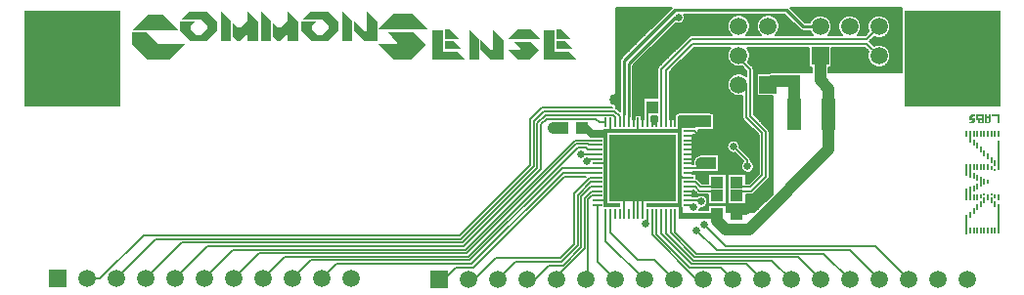
<source format=gbr>
G04 DipTrace 3.0.0.2*
G04 Top.gbr*
%MOIN*%
G04 #@! TF.FileFunction,Copper,L1,Top*
G04 #@! TF.Part,Single*
%AMOUTLINE0*
4,1,15,
-0.083,-0.126,
-0.076,-0.126,
-0.076,-0.13278,
-0.13278,-0.13278,
-0.13278,0.13278,
0.13278,0.13278,
0.13278,-0.13278,
0.012,-0.13278,
0.012,-0.120199,
0.120199,-0.120199,
0.120199,0.120199,
-0.120199,0.120199,
-0.120199,-0.120199,
-0.076,-0.120199,
-0.076,-0.126,
-0.083,-0.126,
0*%
%AMOUTLINE3*
4,1,4,
0.078878,-0.025644,
-0.078878,-0.025644,
-0.027588,0.025644,
0.027588,0.025644,
0.078878,-0.025644,
0*%
%AMOUTLINE6*
4,1,7,
-0.089072,0.046454,
-0.040937,0.046454,
0.000157,0.00536,
0.089177,0.00536,
0.037364,-0.046454,
-0.037152,-0.046454,
-0.089177,0.00557,
-0.089072,0.046454,
0*%
%AMOUTLINE9*
4,1,17,
0.007217,-0.030899,
0.028378,-0.009528,
0.028378,0.002314,
0.006165,0.024594,
-0.055633,0.024524,
-0.028797,0.051499,
0.028448,0.051499,
0.06264,0.017306,
0.062849,-0.016886,
0.028026,-0.051499,
-0.028026,-0.051499,
-0.062849,-0.016815,
-0.062849,0.017307,
-0.012541,0.017236,
-0.027466,0.002312,
-0.027466,-0.009529,
-0.006165,-0.0309,
0.007217,-0.030899,
0*%
%AMOUTLINE12*
4,1,4,
-0.017727,0.051499,
0.017727,0.016045,
0.017727,-0.051499,
-0.017727,-0.051499,
-0.017727,0.051499,
0*%
%AMOUTLINE15*
4,1,12,
0.006446,0.051499,
0.0419,0.016045,
0.0419,-0.051499,
0.006446,-0.051499,
0.006446,-0.025504,
-0.019479,-0.051499,
-0.025154,-0.051499,
-0.0419,-0.034823,
-0.0419,0.01044,
-0.028448,-0.003083,
-0.014434,-0.003012,
0.006446,0.017867,
0.006446,0.051499,
0*%
%AMOUTLINE18*
4,1,12,
0.006446,0.051499,
0.0419,0.016045,
0.0419,-0.051499,
0.006446,-0.051499,
0.006446,-0.025504,
-0.019478,-0.051499,
-0.025154,-0.051499,
-0.0419,-0.034823,
-0.0419,0.01044,
-0.028448,-0.003083,
-0.014433,-0.003012,
0.006446,0.017867,
0.006446,0.051499,
0*%
%AMOUTLINE21*
4,1,17,
0.007218,-0.030899,
0.028378,-0.009528,
0.028378,0.002314,
0.006167,0.024594,
-0.055633,0.024524,
-0.028797,0.051499,
0.028448,0.051499,
0.06264,0.017306,
0.062849,-0.016886,
0.028026,-0.051499,
-0.028026,-0.051499,
-0.062849,-0.016815,
-0.062849,0.017307,
-0.012541,0.017236,
-0.027465,0.002312,
-0.027465,-0.009529,
-0.006165,-0.0309,
0.007218,-0.030899,
0*%
%AMOUTLINE24*
4,1,4,
-0.017727,0.051499,
0.017727,0.016115,
0.017727,-0.051499,
-0.017727,-0.051499,
-0.017727,0.051499,
0*%
%AMOUTLINE27*
4,1,8,
-0.038608,0.017306,
-0.004344,-0.016886,
0.003083,-0.016886,
0.003083,0.051499,
0.038608,0.016115,
0.038608,-0.051499,
-0.004064,-0.051499,
-0.038608,-0.016886,
-0.038608,0.017306,
0*%
%AMOUTLINE30*
4,1,4,
0.082819,-0.025644,
-0.082819,-0.025644,
-0.03153,0.025644,
0.031425,0.025644,
0.082819,-0.025644,
0*%
%AMOUTLINE33*
4,1,9,
0.07935,-0.000106,
0.033001,-0.046455,
-0.027642,-0.046455,
-0.07935,0.005465,
-0.016815,0.005465,
-0.017025,0.013556,
-0.0495,0.046348,
0.038469,0.046455,
0.079248,0.005361,
0.07935,-0.000106,
0*%
%AMOUTLINE36*
4,1,6,
-0.055143,0.051499,
-0.019689,0.051499,
-0.019689,-0.024383,
0.027957,-0.024383,
0.055143,-0.051499,
-0.055143,-0.051499,
-0.055143,0.051499,
0*%
%AMOUTLINE39*
4,1,4,
-0.027396,0.013663,
-0.00014,0.013663,
0.027396,-0.013663,
-0.027396,-0.013663,
-0.027396,0.013663,
0*%
%AMOUTLINE42*
4,1,4,
-0.024138,0.017096,
-0.010125,0.017096,
0.024138,-0.017096,
-0.024138,-0.017096,
-0.024138,0.017096,
0*%
%AMOUTLINE46*
4,1,4,
0.055213,-0.017096,
-0.055213,-0.017096,
-0.02102,0.017096,
0.02095,0.017096,
0.055213,-0.017096,
0*%
%AMOUTLINE49*
4,1,9,
0.0529,-0.00007,
0.022001,-0.03097,
-0.018428,-0.03097,
-0.0529,0.003643,
-0.01121,0.003643,
-0.011353,0.009038,
-0.033004,0.030899,
0.025643,0.03097,
0.052828,0.003573,
0.0529,-0.00007,
0*%
%AMOUTLINE53*
4,1,6,
0.012,0.015,
-0.012,0.015,
-0.012,0.009,
0.006,0.009,
0.006,-0.015,
0.012,-0.015,
0.012,0.015,
0*%
%AMOUTLINE56*
4,1,14,
0.009,0.015,
0.003,0.015,
0.003,-0.009,
-0.003,-0.009,
-0.003,0.003,
0.003,0.003,
0.003,0.009,
-0.003,0.009,
-0.003,0.015,
-0.009,0.015,
-0.009,-0.015,
0.003,-0.015,
0.009,-0.009,
0.009,-0.003,
0.009,0.015,
0*%
%AMOUTLINE59*
4,1,18,
0.012,0.015,
-0.012,0.015,
-0.012,-0.003,
-0.006,-0.003,
-0.006,-0.015,
0.012,-0.015,
0.012,-0.009,
0.0,-0.009,
0.0,-0.003,
0.006,-0.003,
0.006,-0.009,
0.012,-0.009,
0.012,0.003,
-0.006,0.003,
-0.006,0.009,
0.006,0.009,
0.006,0.003,
0.012,0.003,
0.012,0.015,
0*%
%AMOUTLINE62*
4,1,14,
0.009,0.015,
-0.003,0.015,
-0.009,0.009,
-0.009,-0.003,
0.003,-0.003,
-0.003,-0.009,
-0.009,-0.009,
-0.009,-0.015,
0.003,-0.015,
0.009,-0.009,
0.009,0.003,
-0.003,0.003,
0.003,0.009,
0.009,0.009,
0.009,0.015,
0*%
G04 #@! TA.AperFunction,CopperBalancing*
%ADD13C,0.006*%
G04 #@! TA.AperFunction,Conductor*
%ADD14C,0.008*%
%ADD15C,0.007874*%
G04 #@! TA.AperFunction,ViaPad*
%ADD16C,0.025*%
G04 #@! TA.AperFunction,Conductor*
%ADD17C,0.022*%
%ADD18C,0.021*%
G04 #@! TA.AperFunction,ViaPad*
%ADD19C,0.04*%
G04 #@! TA.AperFunction,Conductor*
%ADD20C,0.03937*%
%ADD21C,0.01*%
G04 #@! TA.AperFunction,ComponentPad*
%ADD22R,0.059055X0.059055*%
%ADD23C,0.059055*%
%ADD26R,0.007874X0.033465*%
%ADD27R,0.033465X0.007874*%
%ADD28R,0.228346X0.228346*%
%ADD29R,0.03937X0.043307*%
%ADD30R,0.043307X0.03937*%
%ADD31R,0.045276X0.106299*%
G04 #@! TA.AperFunction,ComponentPad*
%ADD32R,0.325X0.325*%
%ADD33R,0.006X0.102*%
%ADD34R,0.006X0.024*%
%ADD35R,0.006X0.066*%
%ADD36R,0.006X0.048*%
%ADD37R,0.006X0.042*%
%ADD38R,0.006X0.036*%
%ADD39R,0.006X0.018*%
%ADD40R,0.006X0.006*%
%ADD84OUTLINE0*%
%ADD87OUTLINE3*%
%ADD90OUTLINE6*%
%ADD93OUTLINE9*%
%ADD96OUTLINE12*%
%ADD99OUTLINE15*%
%ADD102OUTLINE18*%
%ADD105OUTLINE21*%
%ADD108OUTLINE24*%
%ADD111OUTLINE27*%
%ADD114OUTLINE30*%
%ADD117OUTLINE33*%
%ADD120OUTLINE36*%
%ADD123OUTLINE39*%
%ADD126OUTLINE42*%
%ADD130OUTLINE46*%
%ADD133OUTLINE49*%
%ADD137OUTLINE53*%
%ADD140OUTLINE56*%
%ADD143OUTLINE59*%
%ADD146OUTLINE62*%
%FSLAX26Y26*%
G04*
G70*
G90*
G75*
G01*
G04 Top*
%LPD*%
X2860701Y1105701D2*
D13*
X2886701D1*
Y994701D1*
X2940701Y940701D1*
Y796701D1*
X2900701Y756701D1*
X2854166D1*
Y772701D1*
X2378173Y836961D2*
D14*
X2407685D1*
Y710977D1*
D15*
X2406685D1*
X2378173D1*
Y947197D2*
D14*
X2407685D1*
Y931449D1*
D15*
X2378173D1*
X2423449Y976725D2*
D14*
Y948213D1*
X2407685Y947197D1*
X2517937Y976725D2*
Y948213D1*
X2423449D1*
X2659670Y976725D2*
Y948213D1*
X2517937D1*
X2689197Y789717D2*
X2669122D1*
X2659670D1*
D15*
Y690458D1*
Y665701D1*
X2327614Y958213D2*
D16*
X2339685D1*
X2358685Y939213D1*
X2399685D1*
D14*
Y929213D1*
X2407685Y921213D1*
Y841213D1*
X2403433Y836961D1*
X2378173D1*
Y947197D2*
X2338630D1*
X2327614Y958213D1*
X2378173Y931449D2*
X2354378D1*
X2327614Y958213D1*
X2450685Y695213D2*
X2409685D1*
X2406685Y698213D1*
Y710977D1*
X2659670Y976725D2*
D13*
Y799170D1*
X2669122Y789717D1*
X2787236Y664701D2*
D17*
X2780236Y657701D1*
D18*
X2665685D1*
D15*
Y665701D1*
X2659670D1*
X2665685D2*
D13*
Y684442D1*
X2659670Y690458D1*
X3167811Y1004701D2*
D19*
Y1092370D1*
X3138701Y1121481D1*
Y1203701D1*
X2787236Y664701D2*
D20*
Y641166D1*
D19*
X2815701Y612701D1*
X2896701D1*
X3167811Y883811D1*
Y1004701D1*
X2378173Y868457D2*
D14*
X2323701D1*
Y869701D1*
X2734701Y837701D2*
D15*
Y821213D1*
X2689197D1*
X2734701Y837701D2*
D19*
X2763630D1*
D20*
X2764701Y838772D1*
X2502189Y665701D2*
D14*
Y789717D1*
X2533685Y821213D1*
X2517937Y665701D2*
Y805465D1*
X2533685Y821213D1*
Y665701D2*
Y796213D1*
X2535685Y798213D1*
X2470693Y665701D2*
Y758221D1*
X2533685Y821213D1*
X2432685Y720213D2*
X2457685D1*
X2535685Y798213D1*
X2689197Y805465D2*
X2728685D1*
Y790213D1*
X2739685D1*
X2738685Y791213D1*
X2572685Y981213D2*
X2569670D1*
D15*
X2565181Y976725D1*
X2572685Y981213D2*
D14*
X2576441D1*
D15*
X2580929Y976725D1*
X2378173Y852709D2*
D14*
X2341685D1*
Y844213D1*
X2535685Y882213D2*
Y798213D1*
X2854166Y664701D2*
D20*
Y681213D1*
X2884685D1*
X2764701Y905701D2*
X2732701D1*
X2502189Y976725D2*
D14*
Y1005189D1*
X2517701Y1020701D1*
X2533685Y976725D2*
Y1004717D1*
X2517701Y1020701D1*
X2565701Y1096701D2*
D20*
X2541701D1*
D19*
X2518701Y1073701D1*
Y1021701D1*
X2517701Y1020701D1*
X2764701Y905701D2*
D20*
X2783701D1*
D19*
X2812701Y934701D1*
Y980630D1*
D20*
X2812630Y980701D1*
X1838701Y441701D2*
D13*
X1855701D1*
X1896701Y482701D1*
X1955701D1*
X2265701Y792701D1*
X2339701D1*
X2260685Y958213D2*
D20*
X2229213D1*
X2689197Y899953D2*
D14*
X2726953D1*
X2732701Y905701D1*
X2689197Y915701D2*
X2722701D1*
X2732701Y905701D1*
X2689197Y931449D2*
D15*
X2706953D1*
D14*
X2732701Y905701D1*
X2689197Y947197D2*
D15*
X2709205D1*
D14*
X2731701Y924701D1*
Y906701D1*
X2732701Y905701D1*
X2689197Y884205D2*
X2711205D1*
X2732701Y905701D1*
X2689197Y836961D2*
D15*
X2702701D1*
D14*
Y852709D1*
Y868457D1*
Y875701D1*
X2711205Y884205D1*
X2960701Y1205701D2*
D19*
X3028701D1*
D20*
X3048701Y1185701D1*
X638701Y443701D2*
D13*
X682701D1*
X831701Y592701D1*
X1910701D1*
X2150701Y832701D1*
Y986701D1*
X2190701Y1026701D1*
X2428701D1*
X2689197Y868457D2*
X2702701D1*
X2689197Y852709D2*
X2702701D1*
X2470693Y665701D2*
Y758221D1*
X2533685Y821213D1*
X2470693Y665701D2*
Y713709D1*
X2464701Y719701D1*
X2433197D1*
X2432685Y720213D1*
X2438701Y1053701D2*
D14*
X2451701Y1066701D1*
X2454701D1*
Y1225701D1*
X2455701Y1226701D1*
X2549433Y976725D2*
Y1013504D1*
X2565701Y1029772D1*
X2689197Y758221D2*
D13*
X2711677D1*
X2727197Y742701D1*
X2771236D1*
X2787236Y726701D1*
X2470693Y976725D2*
D15*
Y1002709D1*
D14*
X2469701Y1003701D1*
D21*
Y1186701D1*
X2643701Y1360701D1*
X3023701D1*
X3080701Y1303701D1*
X3138701D1*
X2596677Y976725D2*
D14*
Y1158677D1*
X2700701Y1262701D1*
X3297701D1*
X3338701Y1303701D1*
X2689197Y773969D2*
D13*
X2712929D1*
X2730197Y756701D1*
X2771236D1*
X2787236Y772701D1*
X2860701Y1205701D2*
X2851701D1*
X2893701Y1163701D1*
X2894701D1*
X2899701Y1158701D1*
Y998701D1*
X2952701Y945701D1*
Y791701D1*
X2903701Y742701D1*
X2870166D1*
X2854166Y726701D1*
X2486441Y976725D2*
D15*
Y998961D1*
D14*
X2485701Y999701D1*
D21*
Y1176701D1*
X2644701Y1335701D1*
X2655701D1*
X2612425Y976725D2*
D14*
Y1154425D1*
X2703701Y1245701D1*
X3296701D1*
X3338701Y1203701D1*
X2549433Y665701D2*
D13*
Y637433D1*
X2542701Y630701D1*
X2890701Y826701D2*
Y846701D1*
X2842701Y894701D1*
X3049701Y1004701D2*
D20*
Y1118772D1*
X3048701D1*
X2973772D1*
X2960701Y1105701D1*
X2407701Y665701D2*
D13*
Y572701D1*
X2538701Y441701D1*
X2423449Y665701D2*
Y601953D1*
X2516701Y508701D1*
X2571701D1*
X2638701Y441701D1*
X2565181Y665701D2*
Y594221D1*
X2717701Y441701D1*
X2738701D1*
X2580929Y665701D2*
Y595473D1*
X2694701Y481701D1*
X2798701D1*
X2838701Y441701D1*
X2596677Y665701D2*
Y596725D1*
X2699701Y493701D1*
X2886701D1*
X2938701Y441701D1*
X2612425Y665701D2*
Y598977D1*
X2705701Y505701D1*
X2974701D1*
X3038701Y441701D1*
X2628173Y665701D2*
Y600229D1*
X2710701Y517701D1*
X3062701D1*
X3138701Y441701D1*
X2643921Y665701D2*
Y601481D1*
X2715701Y529701D1*
X3150701D1*
X3238701Y441701D1*
X2689197Y695229D2*
X2700173D1*
X2707701Y687701D1*
X2717701Y609701D2*
X2785701Y541701D1*
X3238701D1*
X3338701Y441701D1*
X2689197Y710977D2*
X2729425D1*
X2732701Y707701D1*
X2742701Y628701D2*
X2817701Y553701D1*
X3326701D1*
X3438701Y441701D1*
X2378173Y695229D2*
Y502229D1*
X2438701Y441701D1*
X2378173Y726725D2*
X2359725D1*
X2347701Y714701D1*
Y450701D1*
X2338701Y441701D1*
X2378173Y742473D2*
X2358473D1*
X2335701Y719701D1*
Y546701D1*
X2230701Y441701D1*
X2238701D1*
X2378173Y758221D2*
X2357221D1*
X2323701Y724701D1*
Y551701D1*
X2261701Y489701D1*
X2213701D1*
X2165701Y441701D1*
X2138701D1*
X2378173Y773969D2*
X2355969D1*
X2311701Y729701D1*
Y557701D1*
X2256701Y502701D1*
X2099701D1*
X2038701Y441701D1*
X2378173Y789717D2*
X2354717D1*
X2299701Y734701D1*
Y562701D1*
X2251701Y514701D1*
X2033701D1*
X1960701Y441701D1*
X1938701D1*
X2378173Y805465D2*
X2261465D1*
X1950701Y494701D1*
X1489701D1*
X1438701Y443701D1*
X2378173Y821213D2*
X2259213D1*
X1944701Y506701D1*
X1401701D1*
X1338701Y443701D1*
X2378173Y884205D2*
X2346197D1*
X2338701Y891701D1*
X2311701D1*
X1938701Y518701D1*
X1313701D1*
X1238701Y443701D1*
X2378173Y899953D2*
X2350449D1*
X2346701Y903701D1*
X2306701D1*
X1933701Y530701D1*
X1225701D1*
X1138701Y443701D1*
X2378173Y915701D2*
X2301701D1*
X1928701Y542701D1*
X1137701D1*
X1038701Y443701D1*
X2407701Y976725D2*
X2385677D1*
X2372701Y989701D1*
X2205701D1*
X2186701Y970701D1*
Y817701D1*
X1924701Y555701D1*
X1050701D1*
X938701Y443701D1*
X2439197Y976725D2*
Y995205D1*
X2431701Y1002701D1*
X2201701D1*
X2174701Y975701D1*
Y822701D1*
X1919701Y567701D1*
X962701D1*
X838701Y443701D1*
X2454945Y976725D2*
Y997457D1*
X2437701Y1014701D1*
X2196701D1*
X2162701Y980701D1*
Y827701D1*
X1914701Y579701D1*
X874701D1*
X738701Y443701D1*
D16*
X2323701Y869701D3*
D19*
X2734701Y837701D3*
D3*
X2738685Y791213D3*
D16*
X2341685Y844213D3*
D19*
X2884685Y681213D3*
X2738685Y791213D3*
X2732701Y905701D3*
X2229213Y958213D3*
X2738685Y791213D3*
D16*
X2655701Y1335701D3*
X2542701Y630701D3*
X2890701Y826701D3*
X2842701Y894701D3*
X2717701Y609701D3*
X2742701Y628701D3*
X2434685Y921213D3*
X2432685Y720213D3*
X2632685Y722213D3*
Y920213D3*
X2535685Y798213D3*
Y882213D3*
X2572685Y981213D3*
D19*
X2517701Y1020701D3*
D16*
X2707701Y687701D3*
X2732701Y707701D3*
D19*
X2438701Y1053701D3*
X2442301Y1363832D2*
D13*
X2626111D1*
X3041287D2*
X3415099D1*
X2442301Y1357963D2*
X2620240D1*
X3047158D2*
X3415099D1*
X2442301Y1352095D2*
X2614380D1*
X3053030D2*
X3415099D1*
X2442301Y1346226D2*
X2608509D1*
X2675322D2*
X3017458D1*
X3058901D2*
X3415099D1*
X2442301Y1340357D2*
X2602638D1*
X2677537D2*
X2842732D1*
X2878678D2*
X2942728D1*
X2978674D2*
X3023330D1*
X3064760D2*
X3125482D1*
X3151924D2*
X3225478D1*
X3251920D2*
X3325486D1*
X3351916D2*
X3415099D1*
X2442301Y1334488D2*
X2596767D1*
X2678006D2*
X2834130D1*
X2887268D2*
X2934138D1*
X2987264D2*
X3029189D1*
X3070631D2*
X3114537D1*
X3162858D2*
X3214544D1*
X3262865D2*
X3314540D1*
X3362862D2*
X3415099D1*
X2442301Y1328620D2*
X2590896D1*
X2676858D2*
X2828833D1*
X2892565D2*
X2928830D1*
X2992572D2*
X3035060D1*
X3076502D2*
X3108408D1*
X3168998D2*
X3208404D1*
X3268994D2*
X3308400D1*
X3369002D2*
X3415099D1*
X2442301Y1322751D2*
X2585037D1*
X2673764D2*
X2825283D1*
X2896115D2*
X2925279D1*
X2996123D2*
X3040931D1*
X3082373D2*
X3104341D1*
X3173065D2*
X3204337D1*
X3273061D2*
X3304333D1*
X3373069D2*
X3415099D1*
X2442301Y1316882D2*
X2579165D1*
X2667190D2*
X2822986D1*
X2898424D2*
X2922982D1*
X2998420D2*
X3046802D1*
X3175760D2*
X3201642D1*
X3275756D2*
X3301638D1*
X3375764D2*
X3415099D1*
X2442301Y1311013D2*
X2573294D1*
X2640729D2*
X2821697D1*
X2899701D2*
X2921705D1*
X2999697D2*
X3052673D1*
X3177377D2*
X3200025D1*
X3277373D2*
X3300033D1*
X3377369D2*
X3415099D1*
X2442301Y1305145D2*
X2567423D1*
X2634869D2*
X2821333D1*
X2900065D2*
X2921341D1*
X3000061D2*
X3058533D1*
X3178045D2*
X3199357D1*
X3278041D2*
X3299365D1*
X3378037D2*
X3415099D1*
X2442301Y1299276D2*
X2561552D1*
X2628998D2*
X2821872D1*
X2899537D2*
X2921869D1*
X2999533D2*
X3064404D1*
X3177811D2*
X3199591D1*
X3277819D2*
X3299587D1*
X3377815D2*
X3415099D1*
X2442301Y1293407D2*
X2555693D1*
X2623127D2*
X2823337D1*
X2898072D2*
X2923333D1*
X2998069D2*
X3070275D1*
X3176674D2*
X3200728D1*
X3276682D2*
X3300724D1*
X3376678D2*
X3415099D1*
X2442301Y1287538D2*
X2549822D1*
X2617256D2*
X2825857D1*
X2895553D2*
X2925853D1*
X2995549D2*
X3102865D1*
X3174541D2*
X3202861D1*
X3274537D2*
X3302869D1*
X3374533D2*
X3415099D1*
X2442301Y1281670D2*
X2543951D1*
X2611385D2*
X2829677D1*
X2891721D2*
X2929685D1*
X2991717D2*
X3106205D1*
X3171201D2*
X3206201D1*
X3271197D2*
X3297361D1*
X3371205D2*
X3415099D1*
X2442301Y1275801D2*
X2538080D1*
X2605526D2*
X2698275D1*
X3366213D2*
X3415099D1*
X2442301Y1269932D2*
X2532208D1*
X2599655D2*
X2688630D1*
X3358338D2*
X3415099D1*
X2442301Y1264063D2*
X2526349D1*
X2593783D2*
X2682759D1*
X3318365D2*
X3415099D1*
X2442301Y1258194D2*
X2520478D1*
X2587912D2*
X2676888D1*
X3312494D2*
X3415099D1*
X2442301Y1252326D2*
X2514607D1*
X2582041D2*
X2671017D1*
X3309377D2*
X3415099D1*
X2442301Y1246457D2*
X2508736D1*
X2576182D2*
X2665146D1*
X3315248D2*
X3415099D1*
X2442301Y1240588D2*
X2502865D1*
X2570311D2*
X2659287D1*
X3321119D2*
X3326177D1*
X3351225D2*
X3415099D1*
X2442301Y1234719D2*
X2497005D1*
X2564440D2*
X2653415D1*
X3362557D2*
X3415099D1*
X2442301Y1228851D2*
X2491134D1*
X2558569D2*
X2647544D1*
X2706155D2*
X2829009D1*
X2892401D2*
X3099337D1*
X3178069D2*
X3294244D1*
X3368803D2*
X3415099D1*
X2442301Y1222982D2*
X2485263D1*
X2552697D2*
X2641673D1*
X2700283D2*
X2825400D1*
X2895998D2*
X3099337D1*
X3178069D2*
X3300115D1*
X3372928D2*
X3415099D1*
X2442301Y1217113D2*
X2479392D1*
X2546838D2*
X2635802D1*
X2694424D2*
X2823056D1*
X2898354D2*
X3099337D1*
X3178069D2*
X3301732D1*
X3375670D2*
X3415099D1*
X2442301Y1211244D2*
X2473521D1*
X2540967D2*
X2629943D1*
X2688553D2*
X2821732D1*
X2899666D2*
X3099337D1*
X3178069D2*
X3300080D1*
X3377322D2*
X3415099D1*
X2442301Y1205376D2*
X2467650D1*
X2535096D2*
X2624072D1*
X2682682D2*
X2821333D1*
X2900065D2*
X3099337D1*
X3178069D2*
X3299365D1*
X3378037D2*
X3415099D1*
X2442301Y1199507D2*
X2461790D1*
X2529225D2*
X2618201D1*
X2676811D2*
X2821837D1*
X2899572D2*
X3099337D1*
X3178069D2*
X3299564D1*
X3377838D2*
X3415099D1*
X2442301Y1193638D2*
X2456681D1*
X2523354D2*
X2612330D1*
X2670940D2*
X2823255D1*
X2898143D2*
X3099337D1*
X3178069D2*
X3300665D1*
X3376737D2*
X3415099D1*
X2442301Y1187769D2*
X2454912D1*
X2517494D2*
X2606458D1*
X2665080D2*
X2825728D1*
X2895670D2*
X3099337D1*
X3178069D2*
X3302763D1*
X3374639D2*
X3415099D1*
X2442301Y1181900D2*
X2454876D1*
X2511623D2*
X2600599D1*
X2659209D2*
X2829501D1*
X2893397D2*
X3099337D1*
X3178069D2*
X3306044D1*
X3371358D2*
X3415099D1*
X2442301Y1176032D2*
X2454876D1*
X2505752D2*
X2594728D1*
X2653338D2*
X2835150D1*
X2899256D2*
X3099337D1*
X3178069D2*
X3310943D1*
X3366459D2*
X3415099D1*
X2442301Y1170163D2*
X2454876D1*
X2500526D2*
X2588857D1*
X2647467D2*
X2844607D1*
X2906135D2*
X3099337D1*
X3178069D2*
X3318654D1*
X3358748D2*
X3415099D1*
X2442301Y1164294D2*
X2454876D1*
X2500526D2*
X2584099D1*
X2641596D2*
X2875216D1*
X2911174D2*
X3108876D1*
X3168530D2*
X3415099D1*
X2442301Y1158425D2*
X2454876D1*
X2500526D2*
X2582845D1*
X2635737D2*
X2881087D1*
X2912533D2*
X3108876D1*
X3168530D2*
X3415099D1*
X2442301Y1152557D2*
X2454876D1*
X2500526D2*
X2582845D1*
X2629865D2*
X2886876D1*
X2912533D2*
X3108876D1*
X3168530D2*
X3415099D1*
X2442301Y1146688D2*
X2454876D1*
X2500526D2*
X2582845D1*
X2626256D2*
X2886876D1*
X2912533D2*
X2965650D1*
X2442301Y1140819D2*
X2454876D1*
X2500526D2*
X2582845D1*
X2626256D2*
X2843681D1*
X2877717D2*
X2886876D1*
X2912533D2*
X2921330D1*
X2442301Y1134950D2*
X2454876D1*
X2500526D2*
X2582845D1*
X2626256D2*
X2834658D1*
X2912533D2*
X2921330D1*
X2442301Y1129082D2*
X2454876D1*
X2500526D2*
X2582845D1*
X2626256D2*
X2829173D1*
X2912533D2*
X2921330D1*
X2442301Y1123213D2*
X2454876D1*
X2500526D2*
X2582845D1*
X2626256D2*
X2825517D1*
X2912533D2*
X2921330D1*
X2442301Y1117344D2*
X2454876D1*
X2500526D2*
X2582845D1*
X2626256D2*
X2823126D1*
X2912533D2*
X2921330D1*
X2442301Y1111475D2*
X2454876D1*
X2500526D2*
X2582845D1*
X2626256D2*
X2821767D1*
X2912533D2*
X2921330D1*
X2442301Y1105607D2*
X2454876D1*
X2500526D2*
X2582845D1*
X2626256D2*
X2821333D1*
X2912533D2*
X2921330D1*
X2442301Y1099738D2*
X2454876D1*
X2500526D2*
X2582845D1*
X2626256D2*
X2821790D1*
X2912533D2*
X2921330D1*
X2442301Y1093869D2*
X2454876D1*
X2500526D2*
X2582845D1*
X2626256D2*
X2823185D1*
X2912533D2*
X2921330D1*
X2442301Y1088000D2*
X2454876D1*
X2500526D2*
X2582845D1*
X2626256D2*
X2825611D1*
X2912533D2*
X2921330D1*
X2442301Y1082131D2*
X2454876D1*
X2500526D2*
X2582845D1*
X2626256D2*
X2829326D1*
X2912533D2*
X2921330D1*
X2442301Y1076263D2*
X2454876D1*
X2500526D2*
X2582845D1*
X2626256D2*
X2834880D1*
X2912533D2*
X2921330D1*
X2442301Y1070394D2*
X2454876D1*
X2500526D2*
X2582845D1*
X2626256D2*
X2844091D1*
X2912533D2*
X2921330D1*
X2442301Y1064525D2*
X2454876D1*
X2500526D2*
X2582845D1*
X2626256D2*
X2873869D1*
X2912533D2*
X2975107D1*
X2442301Y1058656D2*
X2454876D1*
X2500526D2*
X2536181D1*
X2626256D2*
X2873869D1*
X2912533D2*
X2975107D1*
X2442301Y1052788D2*
X2454876D1*
X2500526D2*
X2536181D1*
X2626256D2*
X2873869D1*
X2912533D2*
X2975107D1*
X2442301Y1046919D2*
X2454876D1*
X2500526D2*
X2536181D1*
X2626256D2*
X2873869D1*
X2912533D2*
X2975107D1*
X2442301Y1041050D2*
X2454876D1*
X2500526D2*
X2536181D1*
X2626256D2*
X2873869D1*
X2912533D2*
X2975107D1*
X2442301Y1035181D2*
X2454876D1*
X2500526D2*
X2536181D1*
X2626256D2*
X2873869D1*
X2912533D2*
X2975107D1*
X2442301Y1029313D2*
X2454876D1*
X2500526D2*
X2536181D1*
X2626256D2*
X2873869D1*
X2912533D2*
X2975107D1*
X2446854Y1023444D2*
X2454876D1*
X2500526D2*
X2536181D1*
X2626256D2*
X2873869D1*
X2912533D2*
X2975107D1*
X2452713Y1017575D2*
X2454873D1*
X2500526D2*
X2536181D1*
X2626256D2*
X2873869D1*
X2912533D2*
X2975107D1*
X2500526Y1011706D2*
X2535607D1*
X2626256D2*
X2873869D1*
X2912533D2*
X2975107D1*
X2500526Y1005837D2*
X2535607D1*
X2626256D2*
X2645435D1*
X2777194D2*
X2873869D1*
X2912533D2*
X2975107D1*
X2500526Y999969D2*
X2504165D1*
X2531709D2*
X2535607D1*
X2626256D2*
X2643876D1*
X2777194D2*
X2873869D1*
X2916330D2*
X2975107D1*
X2500221Y994100D2*
X2504165D1*
X2531709D2*
X2535607D1*
X2563256D2*
X2582845D1*
X2626256D2*
X2643876D1*
X2777194D2*
X2873892D1*
X2922190D2*
X2975107D1*
X2500221Y988231D2*
X2504165D1*
X2531709D2*
X2535607D1*
X2563256D2*
X2582845D1*
X2626256D2*
X2643876D1*
X2777194D2*
X2875732D1*
X2928061D2*
X2975107D1*
X2777194Y982362D2*
X2881146D1*
X2933932D2*
X2975107D1*
X2777194Y976494D2*
X2887017D1*
X2939803D2*
X2975107D1*
X2777194Y970625D2*
X2892888D1*
X2945674D2*
X2975107D1*
X2777194Y964756D2*
X2898759D1*
X2951533D2*
X2975107D1*
X2777194Y958887D2*
X2904619D1*
X2957405D2*
X2975107D1*
X2777194Y953019D2*
X2910490D1*
X2963100D2*
X2975107D1*
X2723533Y947150D2*
X2916361D1*
X2965444D2*
X2975107D1*
X2723205Y941281D2*
X2922232D1*
X2965526D2*
X2975107D1*
X2718354Y935412D2*
X2927869D1*
X2965526D2*
X2975107D1*
X2702299Y929544D2*
X2927869D1*
X2965526D2*
X2975107D1*
X2702299Y923675D2*
X2927869D1*
X2965526D2*
X2975107D1*
X2702299Y917806D2*
X2927869D1*
X2965526D2*
X2975107D1*
X2702299Y911937D2*
X2828857D1*
X2856553D2*
X2927869D1*
X2965526D2*
X2975107D1*
X2702299Y906068D2*
X2823572D1*
X2861826D2*
X2927869D1*
X2965526D2*
X2975107D1*
X2702299Y900200D2*
X2821064D1*
X2864334D2*
X2927869D1*
X2965526D2*
X2975107D1*
X2702299Y894331D2*
X2820361D1*
X2865037D2*
X2927869D1*
X2965526D2*
X2975107D1*
X2702299Y888462D2*
X2821275D1*
X2866830D2*
X2927869D1*
X2965526D2*
X2975107D1*
X2702299Y882593D2*
X2824040D1*
X2872701D2*
X2927869D1*
X2965526D2*
X2975107D1*
X2702299Y876725D2*
X2829876D1*
X2878572D2*
X2927869D1*
X2965526D2*
X2975107D1*
X2702299Y870856D2*
X2848650D1*
X2884432D2*
X2927869D1*
X2965526D2*
X2975107D1*
X2702299Y864987D2*
X2723587D1*
X2794221D2*
X2854521D1*
X2890303D2*
X2927869D1*
X2965526D2*
X2975107D1*
X2702299Y859118D2*
X2714189D1*
X2794221D2*
X2860392D1*
X2896174D2*
X2927869D1*
X2965526D2*
X2975107D1*
X2702299Y853250D2*
X2709337D1*
X2794221D2*
X2866263D1*
X2901623D2*
X2927869D1*
X2965526D2*
X2975107D1*
X2702299Y847381D2*
X2706513D1*
X2794221D2*
X2872134D1*
X2903510D2*
X2927869D1*
X2965526D2*
X2975107D1*
X2702299Y841512D2*
X2705107D1*
X2794221D2*
X2874185D1*
X2907213D2*
X2927869D1*
X2965526D2*
X2975107D1*
X2702299Y835643D2*
X2704937D1*
X2794221D2*
X2870283D1*
X2911115D2*
X2927869D1*
X2965526D2*
X2975107D1*
X2794221Y829774D2*
X2868583D1*
X2912826D2*
X2927869D1*
X2965526D2*
X2975107D1*
X2794221Y823906D2*
X2868537D1*
X2912862D2*
X2927869D1*
X2965526D2*
X2975107D1*
X2794221Y818037D2*
X2870165D1*
X2911244D2*
X2927869D1*
X2965526D2*
X2975107D1*
X2794221Y812168D2*
X2873927D1*
X2907471D2*
X2927869D1*
X2965526D2*
X2975107D1*
X2702299Y806299D2*
X2882587D1*
X2898811D2*
X2927869D1*
X2965526D2*
X2975107D1*
X2715764Y800431D2*
X2755744D1*
X2818725D2*
X2822669D1*
X2885662D2*
X2926544D1*
X2965526D2*
X2975107D1*
X2715764Y794562D2*
X2755744D1*
X2818725D2*
X2822669D1*
X2885662D2*
X2920673D1*
X2965526D2*
X2975107D1*
X2715764Y788693D2*
X2755744D1*
X2818725D2*
X2822669D1*
X2885662D2*
X2914802D1*
X2965151D2*
X2975107D1*
X2721963Y782824D2*
X2755744D1*
X2818725D2*
X2822669D1*
X2885662D2*
X2908931D1*
X2961717D2*
X2975107D1*
X2727834Y776956D2*
X2755744D1*
X2818725D2*
X2822669D1*
X2885662D2*
X2903060D1*
X2955846D2*
X2975107D1*
X2733705Y771087D2*
X2755744D1*
X2818725D2*
X2822669D1*
X2885662D2*
X2897201D1*
X2949975D2*
X2975107D1*
X2818725Y765218D2*
X2822669D1*
X2944104D2*
X2975107D1*
X2818725Y759349D2*
X2822669D1*
X2938244D2*
X2975107D1*
X2818725Y753481D2*
X2822669D1*
X2932373D2*
X2975107D1*
X2818725Y747612D2*
X2822669D1*
X2926502D2*
X2975107D1*
X2702299Y741743D2*
X2710263D1*
X2818725D2*
X2822669D1*
X2920631D2*
X2975107D1*
X2702299Y735874D2*
X2716134D1*
X2818725D2*
X2822669D1*
X2914760D2*
X2975107D1*
X2702299Y730005D2*
X2755744D1*
X2818725D2*
X2822669D1*
X2885662D2*
X2972072D1*
X2715764Y724137D2*
X2717862D1*
X2747533D2*
X2755744D1*
X2818725D2*
X2822669D1*
X2885662D2*
X2966201D1*
X2752303Y718268D2*
X2755740D1*
X2818725D2*
X2822669D1*
X2885662D2*
X2960330D1*
X2818725Y712399D2*
X2822669D1*
X2885662D2*
X2954470D1*
X2818725Y706530D2*
X2822669D1*
X2885662D2*
X2948599D1*
X2753873Y700662D2*
X2755746D1*
X2818725D2*
X2822669D1*
X2885662D2*
X2942728D1*
X2750791Y694793D2*
X2936857D1*
X2744252Y688924D2*
X2755744D1*
X2818725D2*
X2930986D1*
X2729533Y683055D2*
X2755744D1*
X2818725D2*
X2925126D1*
X2818725Y677187D2*
X2919255D1*
X2701698Y724153D2*
X2715170D1*
Y723204D1*
X2717474Y723217D1*
X2719923Y725289D1*
X2722831Y727071D1*
X2725983Y728377D1*
X2729300Y729173D1*
X2732701Y729441D1*
X2736102Y729173D1*
X2739419Y728377D1*
X2742571Y727071D1*
X2745479Y725289D1*
X2748074Y723074D1*
X2750289Y720479D1*
X2752071Y717571D1*
X2753377Y714419D1*
X2754173Y711102D1*
X2754441Y707701D1*
X2754173Y704300D1*
X2753377Y700983D1*
X2752071Y697831D1*
X2750289Y694923D1*
X2748074Y692328D1*
X2745479Y690113D1*
X2742571Y688331D1*
X2739419Y687025D1*
X2736102Y686229D1*
X2732701Y685961D1*
X2729386Y686218D1*
X2729173Y684300D1*
X2728377Y680983D1*
X2727071Y677831D1*
X2726847Y677430D1*
X2756353Y677441D1*
X2756343Y693626D1*
X2818130D1*
Y671677D1*
X2863701Y671701D1*
X2914361D1*
X2975719Y733071D1*
X2975701Y935701D1*
Y1066939D1*
X2921934Y1066933D1*
Y1144468D1*
X2960523D1*
X2962703Y1145495D1*
X2964833Y1146281D1*
X2967019Y1146898D1*
X2969247Y1147341D1*
X2971502Y1147608D1*
X2976772Y1147697D1*
X3019768D1*
X3019776Y1149665D1*
X3077626D1*
Y1146677D1*
X3109471Y1146701D1*
X3109461Y1164922D1*
X3099934Y1164933D1*
Y1232468D1*
X2888760Y1232461D1*
X2891932Y1228670D1*
X2893614Y1226187D1*
X2895099Y1223581D1*
X2896378Y1220868D1*
X2897444Y1218065D1*
X2898290Y1215187D1*
X2898911Y1212253D1*
X2899303Y1209280D1*
X2899469Y1205701D1*
X2899353Y1202704D1*
X2899005Y1199725D1*
X2898429Y1196782D1*
X2897626Y1193892D1*
X2896603Y1191072D1*
X2895364Y1188341D1*
X2893919Y1185713D1*
X2891937Y1182769D1*
X2899990Y1174722D1*
X2901096Y1174137D1*
X2902650Y1173008D1*
X2908356Y1167356D1*
X2909603Y1165896D1*
X2910607Y1164258D1*
X2911342Y1162483D1*
X2911790Y1160616D1*
X2911928Y1158367D1*
X2911941Y1003744D1*
X2961356Y954356D1*
X2962603Y952896D1*
X2963607Y951258D1*
X2964342Y949483D1*
X2964790Y947616D1*
X2964928Y945367D1*
X2964941Y791701D1*
X2964790Y789786D1*
X2964342Y787919D1*
X2963607Y786144D1*
X2962603Y784506D1*
X2961105Y782814D1*
X2912356Y734046D1*
X2910895Y732799D1*
X2909258Y731795D1*
X2907483Y731060D1*
X2905616Y730612D1*
X2903367Y730474D1*
X2885056Y730461D1*
X2885059Y697776D1*
X2823272D1*
Y801626D1*
X2885059D1*
Y768919D1*
X2895638Y768941D1*
X2928481Y801791D1*
X2928461Y898701D1*
Y935650D1*
X2878046Y986046D1*
X2876799Y987506D1*
X2875795Y989144D1*
X2875060Y990919D1*
X2874612Y992786D1*
X2874474Y995035D1*
X2874461Y1069455D1*
X2870490Y1068190D1*
X2867561Y1067545D1*
X2864590Y1067129D1*
X2861597Y1066944D1*
X2858598Y1066991D1*
X2855612Y1067269D1*
X2852656Y1067777D1*
X2849748Y1068513D1*
X2846906Y1069471D1*
X2844146Y1070646D1*
X2841486Y1072030D1*
X2838941Y1073617D1*
X2836525Y1075395D1*
X2834255Y1077355D1*
X2832143Y1079484D1*
X2830201Y1081770D1*
X2828442Y1084200D1*
X2826877Y1086758D1*
X2825514Y1089429D1*
X2824361Y1092198D1*
X2823426Y1095048D1*
X2822714Y1097961D1*
X2822229Y1100921D1*
X2821975Y1103910D1*
X2821952Y1106909D1*
X2822162Y1109901D1*
X2822602Y1112868D1*
X2823270Y1115792D1*
X2824162Y1118655D1*
X2825273Y1121441D1*
X2826595Y1124133D1*
X2828122Y1126714D1*
X2829844Y1129170D1*
X2831751Y1131485D1*
X2833831Y1133646D1*
X2836072Y1135640D1*
X2838460Y1137454D1*
X2840981Y1139078D1*
X2843620Y1140503D1*
X2846362Y1141719D1*
X2849189Y1142720D1*
X2852086Y1143499D1*
X2855034Y1144052D1*
X2858015Y1144375D1*
X2861013Y1144467D1*
X2864009Y1144327D1*
X2866985Y1143956D1*
X2869924Y1143356D1*
X2872807Y1142530D1*
X2875618Y1141484D1*
X2878340Y1140223D1*
X2880956Y1138757D1*
X2883451Y1137092D1*
X2885809Y1135239D1*
X2887474Y1133709D1*
X2887461Y1153189D1*
X2886259Y1153983D1*
X2884699Y1155411D1*
X2871597Y1168495D1*
X2867561Y1167545D1*
X2864590Y1167129D1*
X2861597Y1166944D1*
X2858598Y1166991D1*
X2855612Y1167269D1*
X2852656Y1167777D1*
X2849748Y1168513D1*
X2846906Y1169471D1*
X2844146Y1170646D1*
X2841486Y1172030D1*
X2838941Y1173617D1*
X2836525Y1175395D1*
X2834255Y1177355D1*
X2832143Y1179484D1*
X2830201Y1181770D1*
X2828442Y1184200D1*
X2826877Y1186758D1*
X2825514Y1189429D1*
X2824361Y1192198D1*
X2823426Y1195048D1*
X2822714Y1197961D1*
X2822229Y1200921D1*
X2821975Y1203910D1*
X2821952Y1206909D1*
X2822162Y1209901D1*
X2822602Y1212868D1*
X2823270Y1215792D1*
X2824162Y1218655D1*
X2825273Y1221441D1*
X2826595Y1224133D1*
X2828122Y1226714D1*
X2829844Y1229170D1*
X2832702Y1232473D1*
X2709158Y1232461D1*
X2636696Y1159971D1*
X2625650Y1148926D1*
X2625665Y986695D1*
X2644471Y986701D1*
X2644489Y1001426D1*
X2644716Y1002858D1*
X2645164Y1004237D1*
X2645822Y1005529D1*
X2646675Y1006702D1*
X2647700Y1007727D1*
X2648873Y1008580D1*
X2650165Y1009238D1*
X2651544Y1009686D1*
X2652976Y1009913D1*
X2656701Y1009941D1*
X2764426Y1009913D1*
X2766074Y1009625D1*
X2765858Y1009686D1*
X2768808Y1009626D1*
X2776595D1*
Y951776D1*
X2722935D1*
X2722913Y942976D1*
X2722686Y941544D1*
X2722238Y940165D1*
X2721580Y938873D1*
X2720727Y937700D1*
X2719702Y936675D1*
X2718529Y935822D1*
X2717237Y935164D1*
X2715858Y934716D1*
X2714426Y934489D1*
X2710701Y934461D1*
X2701689D1*
X2701701Y834392D1*
X2705659Y834390D1*
X2705461Y837701D1*
X2705551Y839995D1*
X2705821Y842275D1*
X2706269Y844527D1*
X2706892Y846737D1*
X2707687Y848891D1*
X2708648Y850976D1*
X2709770Y852979D1*
X2711045Y854888D1*
X2712467Y856691D1*
X2714025Y858377D1*
X2715711Y859935D1*
X2717514Y861357D1*
X2719423Y862632D1*
X2721426Y863754D1*
X2723511Y864715D1*
X2725665Y865510D1*
X2727875Y866133D1*
X2730127Y866581D1*
X2732407Y866851D1*
X2734701Y866941D1*
X2735767D1*
X2735776Y869665D1*
X2793626D1*
Y807878D1*
X2735776D1*
X2735735Y808076D1*
X2734701Y808036D1*
X2701681D1*
X2701701Y802892D1*
X2715170Y802894D1*
Y785983D1*
X2716712Y785610D1*
X2718486Y784875D1*
X2720124Y783871D1*
X2721811Y782378D1*
X2735282Y768926D1*
X2756342Y768941D1*
X2756343Y801626D1*
X2818130D1*
Y697776D1*
X2756343D1*
Y730483D1*
X2727197Y730461D1*
X2725282Y730612D1*
X2723415Y731060D1*
X2721640Y731795D1*
X2720002Y732799D1*
X2718315Y734291D1*
X2707546Y745042D1*
X2701681Y745043D1*
X2701701Y724142D1*
X2507760Y1002697D2*
X2531114D1*
Y986677D1*
X2536213Y986701D1*
X2536193Y1013504D1*
X2536356Y1015575D1*
X2536776Y1017365D1*
X2536559Y1016595D1*
X2536776Y1017365D1*
Y1060665D1*
X2583437Y1060725D1*
X2583478Y1159716D1*
X2583803Y1161768D1*
X2584445Y1163744D1*
X2585388Y1165595D1*
X2586610Y1167276D1*
X2587315Y1168040D1*
X2692102Y1272769D1*
X2693783Y1273990D1*
X2695634Y1274933D1*
X2697610Y1275575D1*
X2699662Y1275900D1*
X2700701Y1275941D1*
X2835853D1*
X2834255Y1277355D1*
X2832143Y1279484D1*
X2830201Y1281770D1*
X2828442Y1284200D1*
X2826877Y1286758D1*
X2825514Y1289429D1*
X2824361Y1292198D1*
X2823426Y1295048D1*
X2822714Y1297961D1*
X2822229Y1300921D1*
X2821975Y1303910D1*
X2821952Y1306909D1*
X2822162Y1309901D1*
X2822602Y1312868D1*
X2823270Y1315792D1*
X2824162Y1318655D1*
X2825273Y1321441D1*
X2826595Y1324133D1*
X2828122Y1326714D1*
X2829844Y1329170D1*
X2831751Y1331485D1*
X2833831Y1333646D1*
X2836072Y1335640D1*
X2838460Y1337454D1*
X2840981Y1339078D1*
X2843620Y1340503D1*
X2846362Y1341719D1*
X2849189Y1342720D1*
X2852086Y1343499D1*
X2855034Y1344052D1*
X2858015Y1344375D1*
X2861013Y1344467D1*
X2864009Y1344327D1*
X2866985Y1343956D1*
X2869924Y1343356D1*
X2872807Y1342530D1*
X2875618Y1341484D1*
X2878340Y1340223D1*
X2880956Y1338757D1*
X2883451Y1337092D1*
X2885809Y1335239D1*
X2888018Y1333210D1*
X2890062Y1331016D1*
X2891932Y1328670D1*
X2893614Y1326187D1*
X2895099Y1323581D1*
X2896378Y1320868D1*
X2897444Y1318065D1*
X2898290Y1315187D1*
X2898911Y1312253D1*
X2899303Y1309280D1*
X2899469Y1305701D1*
X2899353Y1302704D1*
X2899005Y1299725D1*
X2898429Y1296782D1*
X2897626Y1293892D1*
X2896603Y1291072D1*
X2895364Y1288341D1*
X2893919Y1285713D1*
X2892274Y1283205D1*
X2890440Y1280831D1*
X2888429Y1278607D1*
X2885496Y1275932D1*
X2935861Y1275941D1*
X2934255Y1277355D1*
X2932143Y1279484D1*
X2930201Y1281770D1*
X2928442Y1284200D1*
X2926877Y1286758D1*
X2925514Y1289429D1*
X2924361Y1292198D1*
X2923426Y1295048D1*
X2922714Y1297961D1*
X2922229Y1300921D1*
X2921975Y1303910D1*
X2921952Y1306909D1*
X2922162Y1309901D1*
X2922602Y1312868D1*
X2923270Y1315792D1*
X2924162Y1318655D1*
X2925273Y1321441D1*
X2926595Y1324133D1*
X2928122Y1326714D1*
X2929844Y1329170D1*
X2931751Y1331485D1*
X2933831Y1333646D1*
X2936072Y1335640D1*
X2938460Y1337454D1*
X2940981Y1339078D1*
X2943620Y1340503D1*
X2946362Y1341719D1*
X2949189Y1342720D1*
X2952086Y1343499D1*
X2955034Y1344052D1*
X2958015Y1344375D1*
X2961013Y1344467D1*
X2964009Y1344327D1*
X2966985Y1343956D1*
X2969924Y1343356D1*
X2972807Y1342530D1*
X2975618Y1341484D1*
X2978340Y1340223D1*
X2980956Y1338757D1*
X2983451Y1337092D1*
X2985809Y1335239D1*
X2988018Y1333210D1*
X2990062Y1331016D1*
X2991932Y1328670D1*
X2993614Y1326187D1*
X2995099Y1323581D1*
X2996378Y1320868D1*
X2997444Y1318065D1*
X2998290Y1315187D1*
X2998911Y1312253D1*
X2999303Y1309280D1*
X2999469Y1305701D1*
X2999353Y1302704D1*
X2999005Y1299725D1*
X2998429Y1296782D1*
X2997626Y1293892D1*
X2996603Y1291072D1*
X2995364Y1288341D1*
X2993919Y1285713D1*
X2992274Y1283205D1*
X2990440Y1280831D1*
X2988429Y1278607D1*
X2985496Y1275932D1*
X3111642Y1275941D1*
X3110143Y1277484D1*
X3108201Y1279770D1*
X3106442Y1282200D1*
X3104877Y1284758D1*
X3103514Y1287429D1*
X3102663Y1289474D1*
X3079584Y1289505D1*
X3077377Y1289854D1*
X3075252Y1290545D1*
X3073261Y1291559D1*
X3071453Y1292873D1*
X3070632Y1293632D1*
X3017701Y1346461D1*
X2674588D1*
X2675786Y1344021D1*
X2676840Y1340776D1*
X2677374Y1337407D1*
Y1333995D1*
X2676840Y1330626D1*
X2675786Y1327381D1*
X2674237Y1324342D1*
X2672232Y1321582D1*
X2669820Y1319170D1*
X2667060Y1317165D1*
X2664021Y1315616D1*
X2660776Y1314562D1*
X2657407Y1314028D1*
X2653995D1*
X2650626Y1314562D1*
X2647381Y1315616D1*
X2645593Y1316464D1*
X2499922Y1170784D1*
X2499941Y1080701D1*
X2499897Y998584D1*
X2499618Y996697D1*
Y986691D1*
X2504760Y986752D1*
Y1002697D1*
X2507760D1*
X2583458Y998878D2*
X2562669D1*
X2562673Y986680D1*
X2583439Y986701D1*
X2583437Y998885D1*
X2818123Y755626D2*
X2818130Y743626D1*
X2823272Y743776D1*
Y755776D1*
X3177469Y1232472D2*
Y1164933D1*
X3167918D1*
X3167941Y1146689D1*
X3415701Y1146701D1*
Y1369701D1*
X3034830D1*
X3086613Y1317928D1*
X3102650Y1317941D1*
X3104595Y1322133D1*
X3106122Y1324714D1*
X3107844Y1327170D1*
X3109751Y1329485D1*
X3111831Y1331646D1*
X3114072Y1333640D1*
X3116460Y1335454D1*
X3118981Y1337078D1*
X3121620Y1338503D1*
X3124362Y1339719D1*
X3127189Y1340720D1*
X3130086Y1341499D1*
X3133034Y1342052D1*
X3136015Y1342375D1*
X3139013Y1342467D1*
X3142009Y1342327D1*
X3144985Y1341956D1*
X3147924Y1341356D1*
X3150807Y1340530D1*
X3153618Y1339484D1*
X3156340Y1338223D1*
X3158956Y1336757D1*
X3161451Y1335092D1*
X3163809Y1333239D1*
X3166018Y1331210D1*
X3168062Y1329016D1*
X3169932Y1326670D1*
X3171614Y1324187D1*
X3173099Y1321581D1*
X3174378Y1318868D1*
X3175444Y1316065D1*
X3176290Y1313187D1*
X3176911Y1310253D1*
X3177303Y1307280D1*
X3177469Y1303701D1*
X3177353Y1300704D1*
X3177005Y1297725D1*
X3176429Y1294782D1*
X3175626Y1291892D1*
X3174603Y1289072D1*
X3173364Y1286341D1*
X3171919Y1283713D1*
X3170274Y1281205D1*
X3168440Y1278831D1*
X3165706Y1275922D1*
X3211650Y1275941D1*
X3210143Y1277484D1*
X3208201Y1279770D1*
X3206442Y1282200D1*
X3204877Y1284758D1*
X3203514Y1287429D1*
X3202361Y1290198D1*
X3201426Y1293048D1*
X3200714Y1295961D1*
X3200229Y1298921D1*
X3199975Y1301910D1*
X3199952Y1304909D1*
X3200162Y1307901D1*
X3200602Y1310868D1*
X3201270Y1313792D1*
X3202162Y1316655D1*
X3203273Y1319441D1*
X3204595Y1322133D1*
X3206122Y1324714D1*
X3207844Y1327170D1*
X3209751Y1329485D1*
X3211831Y1331646D1*
X3214072Y1333640D1*
X3216460Y1335454D1*
X3218981Y1337078D1*
X3221620Y1338503D1*
X3224362Y1339719D1*
X3227189Y1340720D1*
X3230086Y1341499D1*
X3233034Y1342052D1*
X3236015Y1342375D1*
X3239013Y1342467D1*
X3242009Y1342327D1*
X3244985Y1341956D1*
X3247924Y1341356D1*
X3250807Y1340530D1*
X3253618Y1339484D1*
X3256340Y1338223D1*
X3258956Y1336757D1*
X3261451Y1335092D1*
X3263809Y1333239D1*
X3266018Y1331210D1*
X3268062Y1329016D1*
X3269932Y1326670D1*
X3271614Y1324187D1*
X3273099Y1321581D1*
X3274378Y1318868D1*
X3275444Y1316065D1*
X3276290Y1313187D1*
X3276911Y1310253D1*
X3277303Y1307280D1*
X3277469Y1303701D1*
X3277353Y1300704D1*
X3277005Y1297725D1*
X3276429Y1294782D1*
X3275626Y1291892D1*
X3274603Y1289072D1*
X3273364Y1286341D1*
X3271919Y1283713D1*
X3270274Y1281205D1*
X3268440Y1278831D1*
X3265706Y1275922D1*
X3292228Y1275941D1*
X3303578Y1287302D1*
X3302361Y1290198D1*
X3301426Y1293048D1*
X3300714Y1295961D1*
X3300229Y1298921D1*
X3299975Y1301910D1*
X3299952Y1304909D1*
X3300162Y1307901D1*
X3300602Y1310868D1*
X3301270Y1313792D1*
X3302162Y1316655D1*
X3303273Y1319441D1*
X3304595Y1322133D1*
X3306122Y1324714D1*
X3307844Y1327170D1*
X3309751Y1329485D1*
X3311831Y1331646D1*
X3314072Y1333640D1*
X3316460Y1335454D1*
X3318981Y1337078D1*
X3321620Y1338503D1*
X3324362Y1339719D1*
X3327189Y1340720D1*
X3330086Y1341499D1*
X3333034Y1342052D1*
X3336015Y1342375D1*
X3339013Y1342467D1*
X3342009Y1342327D1*
X3344985Y1341956D1*
X3347924Y1341356D1*
X3350807Y1340530D1*
X3353618Y1339484D1*
X3356340Y1338223D1*
X3358956Y1336757D1*
X3361451Y1335092D1*
X3363809Y1333239D1*
X3366018Y1331210D1*
X3368062Y1329016D1*
X3369932Y1326670D1*
X3371614Y1324187D1*
X3373099Y1321581D1*
X3374378Y1318868D1*
X3375444Y1316065D1*
X3376290Y1313187D1*
X3376911Y1310253D1*
X3377303Y1307280D1*
X3377469Y1303701D1*
X3377353Y1300704D1*
X3377005Y1297725D1*
X3376429Y1294782D1*
X3375626Y1291892D1*
X3374603Y1289072D1*
X3373364Y1286341D1*
X3371919Y1283713D1*
X3370274Y1281205D1*
X3368440Y1278831D1*
X3366429Y1276607D1*
X3364251Y1274544D1*
X3361921Y1272656D1*
X3359451Y1270954D1*
X3356858Y1269448D1*
X3354155Y1268147D1*
X3351360Y1267059D1*
X3348490Y1266190D1*
X3345561Y1265545D1*
X3342590Y1265129D1*
X3339597Y1264944D1*
X3336598Y1264991D1*
X3333612Y1265269D1*
X3330656Y1265777D1*
X3327748Y1266513D1*
X3324906Y1267471D1*
X3322287Y1268586D1*
X3307413Y1253689D1*
X3322296Y1238830D1*
X3324362Y1239719D1*
X3327189Y1240720D1*
X3330086Y1241499D1*
X3333034Y1242052D1*
X3336015Y1242375D1*
X3339013Y1242467D1*
X3342009Y1242327D1*
X3344985Y1241956D1*
X3347924Y1241356D1*
X3350807Y1240530D1*
X3353618Y1239484D1*
X3356340Y1238223D1*
X3358956Y1236757D1*
X3361451Y1235092D1*
X3363809Y1233239D1*
X3366018Y1231210D1*
X3368062Y1229016D1*
X3369932Y1226670D1*
X3371614Y1224187D1*
X3373099Y1221581D1*
X3374378Y1218868D1*
X3375444Y1216065D1*
X3376290Y1213187D1*
X3376911Y1210253D1*
X3377303Y1207280D1*
X3377469Y1203701D1*
X3377353Y1200704D1*
X3377005Y1197725D1*
X3376429Y1194782D1*
X3375626Y1191892D1*
X3374603Y1189072D1*
X3373364Y1186341D1*
X3371919Y1183713D1*
X3370274Y1181205D1*
X3368440Y1178831D1*
X3366429Y1176607D1*
X3364251Y1174544D1*
X3361921Y1172656D1*
X3359451Y1170954D1*
X3356858Y1169448D1*
X3354155Y1168147D1*
X3351360Y1167059D1*
X3348490Y1166190D1*
X3345561Y1165545D1*
X3342590Y1165129D1*
X3339597Y1164944D1*
X3336598Y1164991D1*
X3333612Y1165269D1*
X3330656Y1165777D1*
X3327748Y1166513D1*
X3324906Y1167471D1*
X3322146Y1168646D1*
X3319486Y1170030D1*
X3316941Y1171617D1*
X3314525Y1173395D1*
X3312255Y1175355D1*
X3310143Y1177484D1*
X3308201Y1179770D1*
X3306442Y1182200D1*
X3304877Y1184758D1*
X3303514Y1187429D1*
X3302361Y1190198D1*
X3301426Y1193048D1*
X3300714Y1195961D1*
X3300229Y1198921D1*
X3299975Y1201910D1*
X3299952Y1204909D1*
X3300162Y1207901D1*
X3300602Y1210868D1*
X3301270Y1213792D1*
X3302162Y1216655D1*
X3303598Y1220103D1*
X3291197Y1232481D1*
X3206701Y1232461D1*
X3177463D1*
X2701678Y834390D2*
X2705638D1*
X2705461Y837701D1*
X2705551Y839995D1*
X2705821Y842275D1*
X2706269Y844527D1*
X2706892Y846737D1*
X2707687Y848891D1*
X2708648Y850976D1*
X2709770Y852979D1*
X2711045Y854888D1*
X2712467Y856691D1*
X2714025Y858377D1*
X2715711Y859935D1*
X2717514Y861357D1*
X2719423Y862632D1*
X2721426Y863754D1*
X2723511Y864715D1*
X2725665Y865510D1*
X2727875Y866133D1*
X2730127Y866581D1*
X2732407Y866851D1*
X2735033Y866928D1*
X2732407Y866851D1*
X2734701Y866941D1*
X2455461Y1014236D2*
X2455505Y1187818D1*
X2455854Y1190025D1*
X2456545Y1192150D1*
X2457559Y1194141D1*
X2458873Y1195949D1*
X2459632Y1196770D1*
X2632577Y1369716D1*
X2441701Y1369701D1*
Y1026260D1*
X2443258Y1025607D1*
X2444896Y1024603D1*
X2446356Y1023356D1*
X2455479Y1014233D1*
X2876734Y843358D2*
X2846754Y873338D1*
X2844407Y873028D1*
X2840995D1*
X2837626Y873562D1*
X2834381Y874616D1*
X2831342Y876165D1*
X2828582Y878170D1*
X2826170Y880582D1*
X2824165Y883342D1*
X2822616Y886381D1*
X2821562Y889626D1*
X2821028Y892995D1*
Y896407D1*
X2821562Y899776D1*
X2822616Y903021D1*
X2824165Y906060D1*
X2826170Y908820D1*
X2828582Y911232D1*
X2831342Y913237D1*
X2834381Y914786D1*
X2837626Y915840D1*
X2840995Y916374D1*
X2844407D1*
X2847776Y915840D1*
X2851021Y914786D1*
X2854060Y913237D1*
X2856820Y911232D1*
X2859232Y908820D1*
X2861237Y906060D1*
X2862786Y903021D1*
X2863840Y899776D1*
X2864374Y896407D1*
Y892995D1*
X2864045Y890653D1*
X2900008Y854650D1*
X2901137Y853096D1*
X2902009Y851385D1*
X2902603Y849558D1*
X2902903Y847661D1*
X2902941Y844674D1*
X2904820Y843232D1*
X2907232Y840820D1*
X2909237Y838060D1*
X2910786Y835021D1*
X2911840Y831776D1*
X2912374Y828407D1*
Y824995D1*
X2911840Y821626D1*
X2910786Y818381D1*
X2909237Y815342D1*
X2907232Y812582D1*
X2904820Y810170D1*
X2902060Y808165D1*
X2899021Y806616D1*
X2895776Y805562D1*
X2892407Y805028D1*
X2888995D1*
X2885626Y805562D1*
X2882381Y806616D1*
X2879342Y808165D1*
X2876582Y810170D1*
X2874170Y812582D1*
X2872165Y815342D1*
X2870616Y818381D1*
X2869562Y821626D1*
X2869028Y824995D1*
Y828407D1*
X2869562Y831776D1*
X2870616Y835021D1*
X2872165Y838060D1*
X2874170Y840820D1*
X2876582Y843232D1*
X2876744Y843360D1*
X2657693Y991832D2*
X2760099D1*
X2657693Y985963D2*
X2760099D1*
X2657693Y980095D2*
X2760099D1*
X2657693Y974226D2*
X2760099D1*
X2657693Y968357D2*
X2760099D1*
X2657693Y962488D2*
X2710107D1*
X2657693Y956620D2*
X2662622D1*
X2657301Y950751D2*
X2662622D1*
X2666225Y960374D2*
X2709205Y960437D1*
X2710433Y960374D1*
X2710701Y961701D1*
X2710848Y962628D1*
X2711274Y963465D1*
X2711937Y964128D1*
X2712774Y964554D1*
X2713701Y964701D1*
X2760701D1*
Y997701D1*
X2657096D1*
X2657099Y950752D1*
X2656688D1*
X2656701Y946701D1*
X2663229D1*
X2663225Y960374D1*
X2666225D1*
D22*
X538701Y443701D3*
D23*
X638701D3*
X738701D3*
X838701D3*
X938701D3*
X1038701D3*
X1138701D3*
X1238701D3*
X1338701D3*
X1438701D3*
X1538701D3*
D22*
X1838701Y441701D3*
D23*
X1938701D3*
X2038701D3*
X2138701D3*
X2238701D3*
X2338701D3*
X2438701D3*
X2538701D3*
X2638701D3*
X2738701D3*
X2838701D3*
X2938701D3*
X3038701D3*
X3138701D3*
X3238701D3*
X3338701D3*
X3438701D3*
X3538701D3*
X3638701D3*
D26*
X2407701Y665701D3*
X2423449D3*
X2439197D3*
X2454945D3*
X2470693D3*
X2486441D3*
X2502189D3*
X2517937D3*
X2533685D3*
X2549433D3*
X2565181D3*
X2580929D3*
X2596677D3*
X2612425D3*
X2628173D3*
X2643921D3*
X2659670D3*
D27*
X2689197Y695229D3*
Y710977D3*
Y726725D3*
Y742473D3*
Y758221D3*
Y773969D3*
Y789717D3*
Y805465D3*
Y821213D3*
Y836961D3*
Y852709D3*
Y868457D3*
Y884205D3*
Y899953D3*
Y915701D3*
Y931449D3*
Y947197D3*
D26*
X2659670Y976725D3*
X2643921D3*
X2628173D3*
X2612425D3*
X2596677D3*
X2580929D3*
X2565181D3*
X2549433D3*
X2533685D3*
X2517937D3*
X2502189D3*
X2486441D3*
X2470693D3*
X2454945D3*
X2439197D3*
X2423449D3*
X2407701D3*
D27*
X2378173Y947197D3*
Y931449D3*
Y915701D3*
Y899953D3*
Y884205D3*
Y868457D3*
Y852709D3*
Y836961D3*
Y821213D3*
Y805465D3*
Y789717D3*
Y773969D3*
Y758221D3*
Y742473D3*
Y726725D3*
Y710977D3*
Y695229D3*
D28*
X2533685Y821213D3*
D84*
D3*
D29*
X2565701Y1096701D3*
Y1029772D3*
X2764701Y905701D3*
Y838772D3*
D30*
X2854166Y726701D3*
X2787236D3*
X2854166Y772701D3*
X2787236D3*
X2260685Y958213D3*
X2327614D3*
X2745701Y980701D3*
X2812630D3*
D29*
X3048701Y1185701D3*
Y1118772D3*
D31*
X3049701Y1004701D3*
X3167811D3*
D22*
X3138701Y1203701D3*
D23*
Y1303701D3*
X3238701Y1203701D3*
Y1303701D3*
X3338701Y1203701D3*
Y1303701D3*
D22*
X2960701Y1105701D3*
D23*
X2860701D3*
X2960701Y1205701D3*
X2860701D3*
X2960701Y1305701D3*
X2860701D3*
D30*
X2787236Y664701D3*
X2854166D3*
D32*
X3588701Y1193701D3*
X588701D3*
D87*
X873701Y1319701D3*
D90*
X884210Y1237302D3*
D93*
X1019651Y1303253D3*
D96*
X1112700Y1303255D3*
D99*
X1178423D3*
D96*
X1250592D3*
D102*
X1316314D3*
D105*
X1433605Y1303253D3*
D108*
X1526655Y1303255D3*
D111*
X1589084D3*
D114*
X1717822Y1320109D3*
D117*
X1714353Y1237713D3*
D120*
X1873147Y1243066D3*
D123*
X1886952Y1239843D3*
D126*
X1883693Y1277469D3*
D108*
X1958769Y1243066D3*
D111*
X2021200D3*
D130*
X2128261Y1277469D3*
D133*
X2125949Y1222537D3*
D120*
X2252068Y1243066D3*
D123*
X2265873Y1239843D3*
D126*
X2262614Y1277469D3*
D33*
X3745701Y647701D3*
D34*
X3733701Y608701D3*
X3697701D3*
X3685701D3*
X3721701D3*
X3709701D3*
X3673701D3*
X3661701D3*
Y674701D3*
X3673701Y686701D3*
X3649701Y608701D3*
D35*
X3637701Y629701D3*
D34*
X3685701Y698701D3*
X3697701Y710701D3*
X3709701Y722701D3*
X3721701Y710701D3*
X3733701Y698701D3*
X3745701Y722701D3*
X3673701D3*
X3661701D3*
D36*
X3649701Y734701D3*
D37*
X3637701Y731701D3*
D34*
X3661701Y752701D3*
X3673701Y758701D3*
D38*
X3685701Y773701D3*
D34*
X3673701Y824701D3*
X3661701D3*
D37*
X3637701Y815701D3*
D36*
X3649701Y812701D3*
D34*
X3697701Y773701D3*
X3673701Y788701D3*
X3661701Y794701D3*
D39*
X3709701Y773701D3*
D34*
X3721701Y848701D3*
X3709701Y860701D3*
X3697701Y872701D3*
X3685701Y884701D3*
D33*
X3745701Y863701D3*
D34*
X3733701Y836701D3*
X3745701Y938701D3*
X3733701D3*
X3697701D3*
X3685701D3*
X3721701D3*
X3709701D3*
X3673701D3*
X3661701D3*
X3685701Y824701D3*
X3637701Y938701D3*
X3661701Y908701D3*
X3673701Y896701D3*
D37*
X3649701Y929701D3*
D34*
X3697701Y824701D3*
X3709701D3*
D39*
X3721701Y821701D3*
D40*
X3733701Y815701D3*
D34*
X3649701Y662701D3*
D40*
X3721701Y731701D3*
D39*
X3733701Y725701D3*
X3685701D3*
D40*
X3697701Y731701D3*
D137*
X3736701Y989701D3*
D140*
X3709701D3*
D143*
X3682701D3*
D146*
X3655701D3*
M02*

</source>
